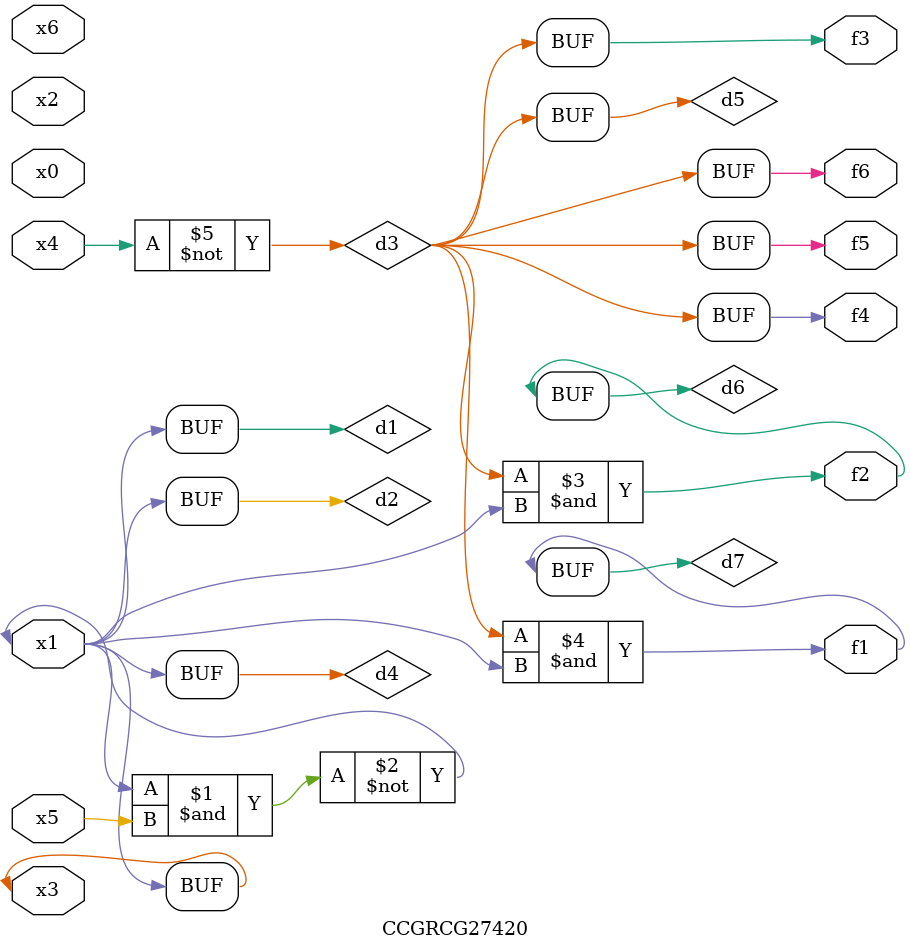
<source format=v>
module CCGRCG27420(
	input x0, x1, x2, x3, x4, x5, x6,
	output f1, f2, f3, f4, f5, f6
);

	wire d1, d2, d3, d4, d5, d6, d7;

	buf (d1, x1, x3);
	nand (d2, x1, x5);
	not (d3, x4);
	buf (d4, d1, d2);
	buf (d5, d3);
	and (d6, d3, d4);
	and (d7, d3, d4);
	assign f1 = d7;
	assign f2 = d6;
	assign f3 = d5;
	assign f4 = d5;
	assign f5 = d5;
	assign f6 = d5;
endmodule

</source>
